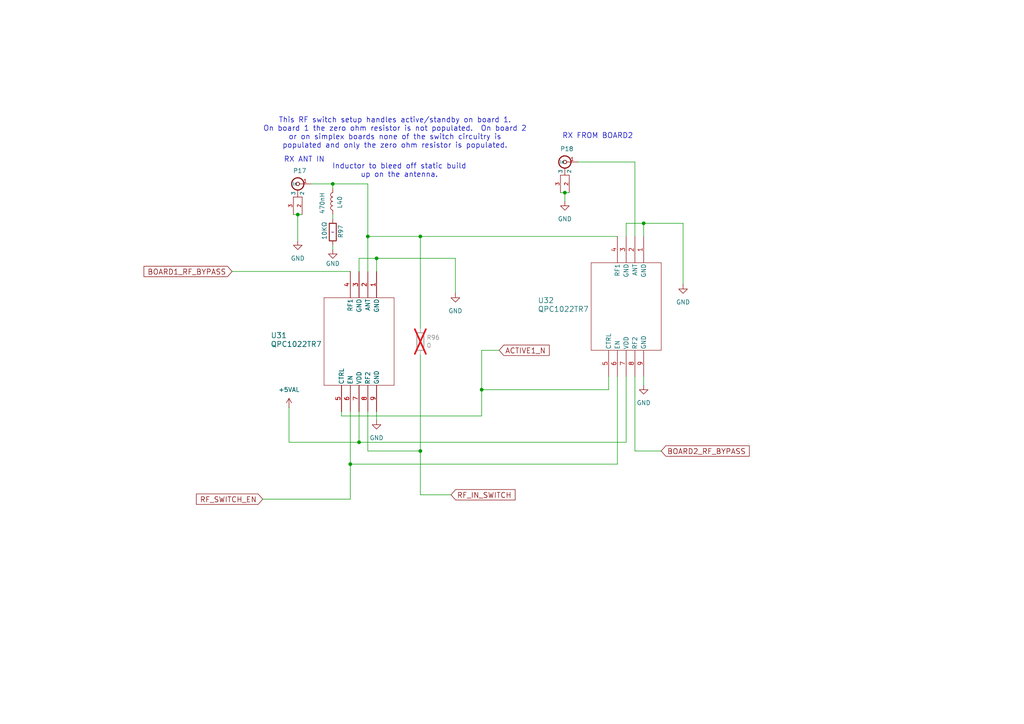
<source format=kicad_sch>
(kicad_sch (version 20250114) (generator "eeschema") (generator_version "9.0")
  (paper "A4")
  (lib_symbols
    (symbol "Device:L" (pin_numbers (hide yes)) (pin_names (offset 1.016) (hide yes))
      (property "Reference" "L" (at -1.27 0 90))
      (property "Value" "L" (at 1.905 0 90))
      (symbol "L_0_1"
        (arc (start 0 2.54) (mid 0.6323 1.905) (end 0 1.27))
        (arc (start 0 1.27) (mid 0.6323 0.635) (end 0 0))
        (arc (start 0 0) (mid 0.6323 -0.635) (end 0 -1.27))
        (arc (start 0 -1.27) (mid 0.6323 -1.905) (end 0 -2.54))
      )
      (symbol "L_1_1"
        (pin passive line (at 0 3.81 270) (length 1.27) (name "1") (number "1"))
        (pin passive line (at 0 -3.81 90) (length 1.27) (name "2") (number "2"))
      )
    )
    (symbol "Device:R" (pin_numbers (hide yes)) (pin_names (offset 0))
      (property "Reference" "R" (at 2.032 0 90))
      (property "Value" "R" (at 0 0 90))
      (symbol "R_0_1"
        (rectangle (start -1.016 -2.54) (end 1.016 2.54) (stroke (width 0.254)))
      )
      (symbol "R_1_1"
        (pin passive line (at 0 3.81 270) (length 1.27) (name "~") (number "1"))
        (pin passive line (at 0 -3.81 90) (length 1.27) (name "~") (number "2"))
      )
    )
    (symbol "PACSAT_DEV_misc:QPC1022TR7" (pin_names (offset 0.254))
      (property "Reference" "U" (at 20.32 10.16 0))
      (property "Value" "QPC1022TR7" (at 20.32 7.62 0))
      (symbol "QPC1022TR7_0_1"
        (polyline (pts (xy 7.62 5.08) (xy 7.62 -15.24)) (stroke (width 0.127)))
        (polyline (pts (xy 7.62 -15.24) (xy 33.02 -15.24)) (stroke (width 0.127)))
        (polyline (pts (xy 33.02 5.08) (xy 7.62 5.08)) (stroke (width 0.127)))
        (polyline (pts (xy 33.02 -15.24) (xy 33.02 5.08)) (stroke (width 0.127)))
        (pin bidirectional line (at 0 -2.54 0) (length 7.62) (name "ANT") (number "2"))
        (pin power_in line (at 0 -5.08 0) (length 7.62) (name "GND") (number "3"))
        (pin bidirectional line (at 0 -7.62 0) (length 7.62) (name "RF1") (number "4"))
        (pin bidirectional line (at 40.64 -2.54 180) (length 7.62) (name "RF2") (number "8"))
        (pin power_in line (at 40.64 -5.08 180) (length 7.62) (name "VDD") (number "7"))
        (pin input line (at 40.64 -7.62 180) (length 7.62) (name "EN") (number "6"))
        (pin input line (at 40.64 -10.16 180) (length 7.62) (name "CTRL") (number "5"))
      )
      (symbol "QPC1022TR7_1_1"
        (pin power_in line (at 0 0 0) (length 7.62) (name "GND") (number "1"))
        (pin power_in line (at 40.64 0 180) (length 7.62) (name "GND") (number "9"))
      )
    )
    (symbol "PACSAT_DEV_misc:U_FL"
      (property "Reference" "U" (at -3.81 2.54 0))
      (symbol "U_FL_0_1"
        (polyline (pts (xy -1.27 -3.81) (xy 1.27 -3.81)))
        (circle (center 0 0) (radius 0.508) (stroke (width 0.2032)))
        (circle (center 0 0) (radius 1.778) (stroke (width 0.3048)))
        (polyline (pts (xy 0 -3.81) (xy 0 -1.778)))
      )
      (symbol "U_FL_1_1"
        (pin bidirectional line (at -3.81 0 0) (length 3.302) (name "In") (number "1"))
        (pin power_in line (at -1.27 -8.89 90) (length 5.08) (name "2") (number "2"))
        (pin power_in line (at 1.27 -8.89 90) (length 5.08) (name "3") (number "3"))
      )
    )
    (symbol "power:+5V" (power) (pin_numbers (hide yes)) (pin_names (offset 0) (hide yes))
      (property "Value" "+5V" (at 0 3.556 0))
      (symbol "+5V_0_1"
        (polyline (pts (xy -0.762 1.27) (xy 0 2.54)))
        (polyline (pts (xy 0 2.54) (xy 0.762 1.27)))
        (polyline (pts (xy 0 0) (xy 0 2.54)))
      )
      (symbol "+5V_1_1"
        (pin power_in line (at 0 0 90) (length 0) (name "~") (number "1"))
      )
    )
    (symbol "power:GND" (power) (pin_numbers (hide yes)) (pin_names (offset 0) (hide yes))
      (property "Value" "GND" (at 0 -3.81 0))
      (symbol "GND_0_1"
        (polyline (pts (xy 0 0) (xy 0 -1.27) (xy 1.27 -1.27) (xy 0 -2.54) (xy -1.27 -1.27) (xy 0 -1.27)))
      )
      (symbol "GND_1_1"
        (pin power_in line (at 0 0 270) (length 0) (name "~") (number "1"))
      )
    )
  )
  (text "RX FROM BOARD2" (at 163.068 40.386 0) (effects (font (size 1.524 1.524)) (justify left bottom)))
  (text "Inductor to bleed off static build\nup on the antenna." (at 115.824 49.53 0) (effects (font (size 1.524 1.524))))
  (text "RX ANT IN" (at 82.296 47.244 0) (effects (font (size 1.524 1.524)) (justify left bottom)))
  (text "This RF switch setup handles active/standby on board 1.\nOn board 1 the zero ohm resistor is not populated.  On board 2\nor on simplex boards none of the switch circuitry is\npopulated and only the zero ohm resistor is populated." (at 114.554 38.608 0) (effects (font (size 1.524 1.524))))
  (junction (at 104.14 128.27))
  (junction (at 186.69 64.77))
  (junction (at 96.52 53.34))
  (junction (at 101.6 134.62))
  (junction (at 163.83 55.88))
  (junction (at 86.36 62.23))
  (junction (at 121.92 68.58))
  (junction (at 139.7 113.03))
  (junction (at 106.68 68.58))
  (junction (at 109.22 74.93))
  (junction (at 121.92 130.81))
  (wire (pts (xy 96.52 71.12) (xy 96.52 72.39)))
  (wire (pts (xy 181.61 109.22) (xy 181.61 128.27)))
  (wire (pts (xy 191.77 130.81) (xy 184.15 130.81)))
  (wire (pts (xy 186.69 68.58) (xy 186.69 64.77)))
  (wire (pts (xy 163.83 55.88) (xy 162.56 55.88)))
  (wire (pts (xy 184.15 46.99) (xy 184.15 68.58)))
  (wire (pts (xy 179.07 109.22) (xy 179.07 134.62)))
  (wire (pts (xy 99.06 119.38) (xy 99.06 120.65)))
  (wire (pts (xy 109.22 119.38) (xy 109.22 121.92)))
  (wire (pts (xy 139.7 120.65) (xy 139.7 113.03)))
  (wire (pts (xy 121.92 68.58) (xy 106.68 68.58)))
  (wire (pts (xy 163.83 55.88) (xy 165.1 55.88)))
  (wire (pts (xy 86.36 62.23) (xy 85.09 62.23)))
  (wire (pts (xy 121.92 68.58) (xy 179.07 68.58)))
  (wire (pts (xy 101.6 144.78) (xy 76.2 144.78)))
  (wire (pts (xy 104.14 128.27) (xy 83.82 128.27)))
  (wire (pts (xy 130.81 143.51) (xy 121.92 143.51)))
  (wire (pts (xy 121.92 143.51) (xy 121.92 130.81)))
  (wire (pts (xy 121.92 102.87) (xy 121.92 130.81)))
  (wire (pts (xy 104.14 74.93) (xy 109.22 74.93)))
  (wire (pts (xy 139.7 101.6) (xy 144.78 101.6)))
  (wire (pts (xy 101.6 134.62) (xy 101.6 144.78)))
  (wire (pts (xy 132.08 74.93) (xy 132.08 85.09)))
  (wire (pts (xy 176.53 109.22) (xy 176.53 113.03)))
  (wire (pts (xy 86.36 62.23) (xy 86.36 69.85)))
  (wire (pts (xy 86.36 62.23) (xy 87.63 62.23)))
  (wire (pts (xy 67.31 78.74) (xy 101.6 78.74)))
  (wire (pts (xy 109.22 74.93) (xy 132.08 74.93)))
  (wire (pts (xy 179.07 134.62) (xy 101.6 134.62)))
  (wire (pts (xy 186.69 109.22) (xy 186.69 111.76)))
  (wire (pts (xy 104.14 78.74) (xy 104.14 74.93)))
  (wire (pts (xy 176.53 113.03) (xy 139.7 113.03)))
  (wire (pts (xy 186.69 64.77) (xy 198.12 64.77)))
  (wire (pts (xy 106.68 68.58) (xy 106.68 78.74)))
  (wire (pts (xy 106.68 53.34) (xy 106.68 68.58)))
  (wire (pts (xy 121.92 95.25) (xy 121.92 68.58)))
  (wire (pts (xy 99.06 120.65) (xy 139.7 120.65)))
  (wire (pts (xy 106.68 130.81) (xy 121.92 130.81)))
  (wire (pts (xy 184.15 109.22) (xy 184.15 130.81)))
  (wire (pts (xy 109.22 78.74) (xy 109.22 74.93)))
  (wire (pts (xy 198.12 64.77) (xy 198.12 82.55)))
  (wire (pts (xy 181.61 64.77) (xy 186.69 64.77)))
  (wire (pts (xy 83.82 118.11) (xy 83.82 128.27)))
  (wire (pts (xy 90.17 53.34) (xy 96.52 53.34)))
  (wire (pts (xy 163.83 55.88) (xy 163.83 58.42)))
  (wire (pts (xy 181.61 68.58) (xy 181.61 64.77)))
  (wire (pts (xy 181.61 128.27) (xy 104.14 128.27)))
  (wire (pts (xy 167.64 46.99) (xy 184.15 46.99)))
  (wire (pts (xy 101.6 119.38) (xy 101.6 134.62)))
  (wire (pts (xy 104.14 119.38) (xy 104.14 128.27)))
  (wire (pts (xy 106.68 119.38) (xy 106.68 130.81)))
  (wire (pts (xy 96.52 53.34) (xy 106.68 53.34)))
  (wire (pts (xy 96.52 53.34) (xy 96.52 54.61)))
  (wire (pts (xy 139.7 113.03) (xy 139.7 101.6)))
  (wire (pts (xy 96.52 62.23) (xy 96.52 63.5)))
  (global_label "RF_IN_SWITCH" (shape input) (at 130.81 143.51 0) (effects (font (size 1.524 1.524))) (property "Intersheetrefs" "${INTERSHEET_REFS}" (effects (hide yes))))
  (global_label "BOARD2_RF_BYPASS" (shape input) (at 191.77 130.81 0) (effects (font (size 1.524 1.524))) (property "Intersheetrefs" "${INTERSHEET_REFS}" (effects (hide yes))))
  (global_label "ACTIVE1_N" (shape input) (at 144.78 101.6 0) (effects (font (size 1.524 1.524))) (property "Intersheetrefs" "${INTERSHEET_REFS}" (effects (hide yes))))
  (global_label "RF_SWITCH_EN" (shape input) (at 76.2 144.78 180) (effects (font (size 1.524 1.524))) (property "Intersheetrefs" "${INTERSHEET_REFS}" (effects (hide yes))))
  (global_label "BOARD1_RF_BYPASS" (shape input) (at 67.31 78.74 180) (effects (font (size 1.524 1.524))) (property "Intersheetrefs" "${INTERSHEET_REFS}" (effects (hide yes))))
  (symbol (lib_id "power:GND") (at 198.12 82.55 0) (unit 1)
    (property "Reference" "#PWR0280" (effects (hide yes)))
    (property "Value" "GND" (at 198.12 87.63 0))
  )
  (symbol (lib_id "power:GND") (at 186.69 111.76 0) (unit 1)
    (property "Reference" "#PWR0281" (effects (hide yes)))
    (property "Value" "GND" (at 186.69 116.84 0))
  )
  (symbol (lib_id "power:+5V") (at 83.82 118.11 0) (unit 1)
    (property "Reference" "#PWR0275" (effects (hide yes)))
    (property "Value" "+5VAL" (at 83.82 113.03 0))
    (property "Description" "Power symbol creates a global label with name \"+5V\"" (effects (hide yes)))
  )
  (symbol (lib_id "Device:R") (at 96.52 67.31 0) (unit 1)
    (property "Reference" "R97" (at 98.806 69.088 90) (effects (justify left)))
    (property "Value" "10KΩ" (at 94.107 69.596 90) (effects (justify left)))
    (property "Footprint" "Resistor_SMD:R_0402_1005Metric_Pad0.72x0.64mm_HandSolder" (effects (hide yes)))
    (property "Datasheet" "~" (at 96.52 67.31 0))
  )
  (symbol (lib_id "PACSAT_DEV_misc:U_FL") (at 86.36 53.34 0) (mirror y) (unit 1)
    (property "Reference" "P17" (at 88.9 49.53 0) (effects (justify left)))
    (property "Value" "CONUFL001-SMD-T" (effects (hide yes)))
    (property "Footprint" "PacSatDev_misc:CONN1_CONUFL_TEC" (effects (hide yes)))
  )
  (symbol (lib_id "power:GND") (at 109.22 121.92 0) (unit 1)
    (property "Reference" "#PWR0274" (effects (hide yes)))
    (property "Value" "GND" (at 109.22 127 0))
  )
  (symbol (lib_id "power:GND") (at 132.08 85.09 0) (unit 1)
    (property "Reference" "#PWR0265" (effects (hide yes)))
    (property "Value" "GND" (at 132.08 90.17 0))
  )
  (symbol (lib_id "power:GND") (at 163.83 58.42 0) (unit 1)
    (property "Reference" "#PWR0276" (effects (hide yes)))
    (property "Value" "GND" (at 163.83 63.5 0))
  )
  (symbol (lib_id "power:GND") (at 86.36 69.85 0) (unit 1)
    (property "Reference" "#PWR0204" (effects (hide yes)))
    (property "Value" "GND" (at 86.36 74.93 0))
  )
  (symbol (lib_id "Device:R") (at 121.92 99.06 0) (unit 1) (dnp yes)
    (property "Reference" "R96" (at 123.698 97.8916 0) (effects (justify left)))
    (property "Value" "0" (at 123.698 100.203 0) (effects (justify left)))
    (property "Footprint" "Resistor_SMD:R_0402_1005Metric_Pad0.72x0.64mm_HandSolder" (effects (hide yes)))
  )
  (symbol (lib_id "PACSAT_DEV_misc:QPC1022TR7") (at 109.22 78.74 270) (unit 1)
    (property "Reference" "U31" (at 78.486 97.282 90) (effects (font (size 1.524 1.524)) (justify left)))
    (property "Value" "QPC1022TR7" (at 78.486 99.822 90) (effects (font (size 1.524 1.524)) (justify left)))
    (property "Footprint" "PacSatDev_misc:QPC1022_QOR" (effects (hide yes)))
    (property "Datasheet" "QPC1022TR7" (effects (hide yes)))
  )
  (symbol (lib_id "power:GND") (at 96.52 72.39 0) (unit 1)
    (property "Reference" "#PWR0293" (effects (hide yes)))
    (property "Value" "GND" (at 96.52 76.454 0))
  )
  (symbol (lib_id "PACSAT_DEV_misc:U_FL") (at 163.83 46.99 0) (mirror y) (unit 1)
    (property "Reference" "P18" (at 166.37 43.18 0) (effects (justify left)))
    (property "Value" "CONUFL001-SMD-T" (effects (hide yes)))
    (property "Footprint" "PacSatDev_misc:CONN1_CONUFL_TEC" (effects (hide yes)))
  )
  (symbol (lib_id "Device:L") (at 96.52 58.42 0) (mirror y) (unit 1)
    (property "Reference" "L40" (at 98.552 58.674 90))
    (property "Value" "470nH" (at 93.472 58.928 90))
    (property "Footprint" "Inductor_SMD:L_0805_2012Metric_Pad1.05x1.20mm_HandSolder" (effects (hide yes)))
  )
  (symbol (lib_id "PACSAT_DEV_misc:QPC1022TR7") (at 186.69 68.58 270) (unit 1)
    (property "Reference" "U32" (at 155.956 87.122 90) (effects (font (size 1.524 1.524)) (justify left)))
    (property "Value" "QPC1022TR7" (at 155.956 89.662 90) (effects (font (size 1.524 1.524)) (justify left)))
    (property "Footprint" "PacSatDev_misc:QPC1022_QOR" (effects (hide yes)))
    (property "Datasheet" "QPC1022TR7" (effects (hide yes)))
  )
)
</source>
